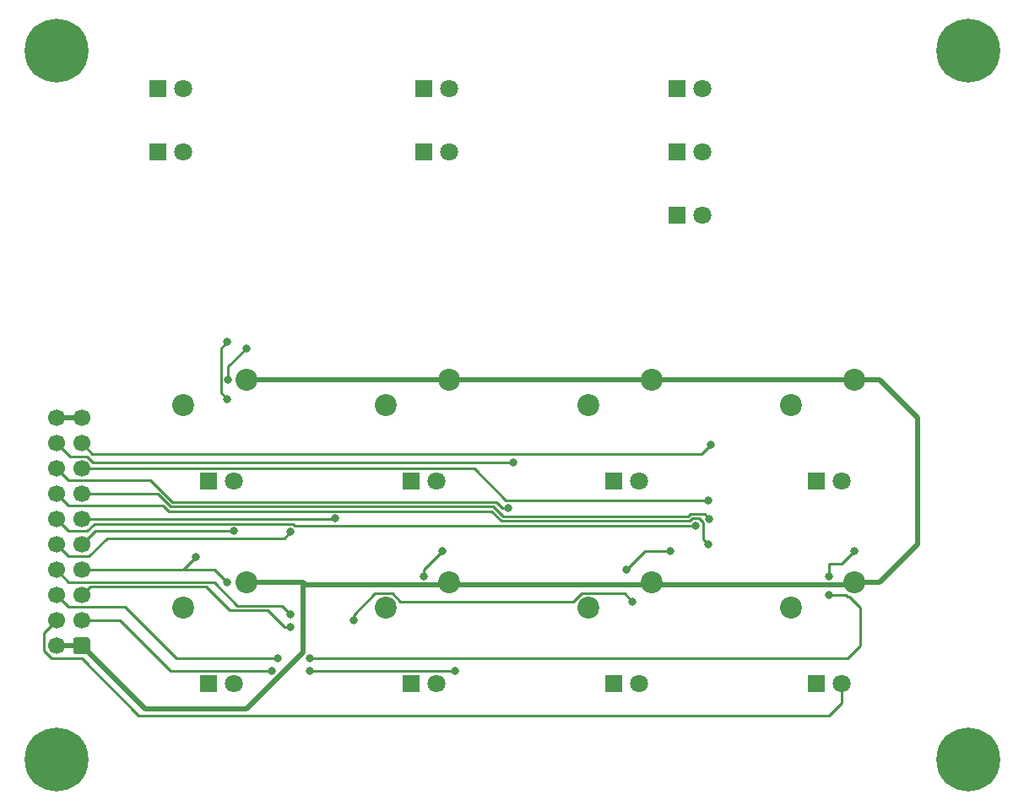
<source format=gbr>
%TF.GenerationSoftware,KiCad,Pcbnew,(5.1.9)-1*%
%TF.CreationDate,2021-03-30T21:11:26+02:00*%
%TF.ProjectId,RemoteCtrl,52656d6f-7465-4437-9472-6c2e6b696361,v0.1*%
%TF.SameCoordinates,Original*%
%TF.FileFunction,Copper,L1,Top*%
%TF.FilePolarity,Positive*%
%FSLAX46Y46*%
G04 Gerber Fmt 4.6, Leading zero omitted, Abs format (unit mm)*
G04 Created by KiCad (PCBNEW (5.1.9)-1) date 2021-03-30 21:11:26*
%MOMM*%
%LPD*%
G01*
G04 APERTURE LIST*
%TA.AperFunction,ComponentPad*%
%ADD10C,1.800000*%
%TD*%
%TA.AperFunction,ComponentPad*%
%ADD11R,1.800000X1.800000*%
%TD*%
%TA.AperFunction,ComponentPad*%
%ADD12C,2.200000*%
%TD*%
%TA.AperFunction,ComponentPad*%
%ADD13C,1.700000*%
%TD*%
%TA.AperFunction,ComponentPad*%
%ADD14C,0.800000*%
%TD*%
%TA.AperFunction,ComponentPad*%
%ADD15C,6.400000*%
%TD*%
%TA.AperFunction,ViaPad*%
%ADD16C,0.800000*%
%TD*%
%TA.AperFunction,Conductor*%
%ADD17C,0.500000*%
%TD*%
%TA.AperFunction,Conductor*%
%ADD18C,0.250000*%
%TD*%
G04 APERTURE END LIST*
D10*
%TO.P,D2,2*%
%TO.N,/LED_INT_Active*%
X110490000Y-43180000D03*
D11*
%TO.P,D2,1*%
%TO.N,Net-(D2-Pad1)*%
X107950000Y-43180000D03*
%TD*%
D10*
%TO.P,D1,2*%
%TO.N,/RESET*%
X110490000Y-36830000D03*
D11*
%TO.P,D1,1*%
%TO.N,Net-(D1-Pad1)*%
X107950000Y-36830000D03*
%TD*%
D12*
%TO.P,SW8,2*%
%TO.N,Net-(R34-Pad1)*%
X171450000Y-88900000D03*
%TO.P,SW8,1*%
%TO.N,+5V*%
X177800000Y-86360000D03*
%TD*%
%TO.P,SW7,2*%
%TO.N,Net-(R31-Pad1)*%
X171450000Y-68580000D03*
%TO.P,SW7,1*%
%TO.N,+5V*%
X177800000Y-66040000D03*
%TD*%
%TO.P,SW6,2*%
%TO.N,Net-(R28-Pad1)*%
X151130000Y-88900000D03*
%TO.P,SW6,1*%
%TO.N,+5V*%
X157480000Y-86360000D03*
%TD*%
%TO.P,SW5,2*%
%TO.N,Net-(R25-Pad1)*%
X151130000Y-68580000D03*
%TO.P,SW5,1*%
%TO.N,+5V*%
X157480000Y-66040000D03*
%TD*%
%TO.P,SW4,2*%
%TO.N,Net-(R22-Pad1)*%
X130810000Y-88900000D03*
%TO.P,SW4,1*%
%TO.N,+5V*%
X137160000Y-86360000D03*
%TD*%
%TO.P,SW3,2*%
%TO.N,Net-(R19-Pad1)*%
X130810000Y-68580000D03*
%TO.P,SW3,1*%
%TO.N,+5V*%
X137160000Y-66040000D03*
%TD*%
%TO.P,SW2,2*%
%TO.N,Net-(R16-Pad1)*%
X110490000Y-88900000D03*
%TO.P,SW2,1*%
%TO.N,+5V*%
X116840000Y-86360000D03*
%TD*%
%TO.P,SW1,2*%
%TO.N,Net-(R13-Pad1)*%
X110490000Y-68580000D03*
%TO.P,SW1,1*%
%TO.N,+5V*%
X116840000Y-66040000D03*
%TD*%
D13*
%TO.P,J1,20*%
%TO.N,GND*%
X97790000Y-69850000D03*
%TO.P,J1,18*%
%TO.N,/BTN_INST_STEP*%
X97790000Y-72390000D03*
%TO.P,J1,16*%
%TO.N,/BTN_INST_STEP_EN*%
X97790000Y-74930000D03*
%TO.P,J1,14*%
%TO.N,/BTN_CLK_STEP*%
X97790000Y-77470000D03*
%TO.P,J1,12*%
%TO.N,/BTN_CLK_STEP_EN*%
X97790000Y-80010000D03*
%TO.P,J1,10*%
%TO.N,/BTN_RESET*%
X97790000Y-82550000D03*
%TO.P,J1,8*%
%TO.N,/BTN_INT*%
X97790000Y-85090000D03*
%TO.P,J1,6*%
%TO.N,/BTN_INC_CLK_F*%
X97790000Y-87630000D03*
%TO.P,J1,4*%
%TO.N,/BTN_DEC_CLK_F*%
X97790000Y-90170000D03*
%TO.P,J1,2*%
%TO.N,+5V*%
X97790000Y-92710000D03*
%TO.P,J1,19*%
%TO.N,GND*%
X100330000Y-69850000D03*
%TO.P,J1,17*%
%TO.N,/LED_Halted_Bkpt*%
X100330000Y-72390000D03*
%TO.P,J1,15*%
%TO.N,/LED_Halted_Step*%
X100330000Y-74930000D03*
%TO.P,J1,13*%
%TO.N,/LED_Halted_Inst*%
X100330000Y-77470000D03*
%TO.P,J1,11*%
%TO.N,/LED_Halted*%
X100330000Y-80010000D03*
%TO.P,J1,9*%
%TO.N,/RESET*%
X100330000Y-82550000D03*
%TO.P,J1,7*%
%TO.N,/LED_INT_Active*%
X100330000Y-85090000D03*
%TO.P,J1,5*%
%TO.N,/LED_CLK_STEP_EN*%
X100330000Y-87630000D03*
%TO.P,J1,3*%
%TO.N,/LED_INST_STEP_EN*%
X100330000Y-90170000D03*
%TO.P,J1,1*%
%TO.N,+5V*%
%TA.AperFunction,ComponentPad*%
G36*
G01*
X101180000Y-92110000D02*
X101180000Y-93310000D01*
G75*
G02*
X100930000Y-93560000I-250000J0D01*
G01*
X99730000Y-93560000D01*
G75*
G02*
X99480000Y-93310000I0J250000D01*
G01*
X99480000Y-92110000D01*
G75*
G02*
X99730000Y-91860000I250000J0D01*
G01*
X100930000Y-91860000D01*
G75*
G02*
X101180000Y-92110000I0J-250000D01*
G01*
G37*
%TD.AperFunction*%
%TD*%
D14*
%TO.P,H4,1*%
%TO.N,N/C*%
X99487056Y-102442944D03*
X97790000Y-101740000D03*
X96092944Y-102442944D03*
X95390000Y-104140000D03*
X96092944Y-105837056D03*
X97790000Y-106540000D03*
X99487056Y-105837056D03*
X100190000Y-104140000D03*
D15*
X97790000Y-104140000D03*
%TD*%
D14*
%TO.P,H3,1*%
%TO.N,N/C*%
X190927056Y-102442944D03*
X189230000Y-101740000D03*
X187532944Y-102442944D03*
X186830000Y-104140000D03*
X187532944Y-105837056D03*
X189230000Y-106540000D03*
X190927056Y-105837056D03*
X191630000Y-104140000D03*
D15*
X189230000Y-104140000D03*
%TD*%
D14*
%TO.P,H2,1*%
%TO.N,N/C*%
X190927056Y-31322944D03*
X189230000Y-30620000D03*
X187532944Y-31322944D03*
X186830000Y-33020000D03*
X187532944Y-34717056D03*
X189230000Y-35420000D03*
X190927056Y-34717056D03*
X191630000Y-33020000D03*
D15*
X189230000Y-33020000D03*
%TD*%
D14*
%TO.P,H1,1*%
%TO.N,N/C*%
X99487056Y-31322944D03*
X97790000Y-30620000D03*
X96092944Y-31322944D03*
X95390000Y-33020000D03*
X96092944Y-34717056D03*
X97790000Y-35420000D03*
X99487056Y-34717056D03*
X100190000Y-33020000D03*
D15*
X97790000Y-33020000D03*
%TD*%
D10*
%TO.P,D19,2*%
%TO.N,/BTN_DEC_CLK_F*%
X176530000Y-96520000D03*
D11*
%TO.P,D19,1*%
%TO.N,Net-(D19-Pad1)*%
X173990000Y-96520000D03*
%TD*%
D10*
%TO.P,D18,2*%
%TO.N,/BTN_INC_CLK_F*%
X176530000Y-76200000D03*
D11*
%TO.P,D18,1*%
%TO.N,Net-(D18-Pad1)*%
X173990000Y-76200000D03*
%TD*%
D10*
%TO.P,D17,2*%
%TO.N,/BTN_CLK_STEP*%
X156210000Y-96520000D03*
D11*
%TO.P,D17,1*%
%TO.N,Net-(D17-Pad1)*%
X153670000Y-96520000D03*
%TD*%
D10*
%TO.P,D16,2*%
%TO.N,/LED_CLK_STEP_EN*%
X156210000Y-76200000D03*
D11*
%TO.P,D16,1*%
%TO.N,Net-(D16-Pad1)*%
X153670000Y-76200000D03*
%TD*%
D10*
%TO.P,D15,2*%
%TO.N,/BTN_INST_STEP*%
X135890000Y-96520000D03*
D11*
%TO.P,D15,1*%
%TO.N,Net-(D15-Pad1)*%
X133350000Y-96520000D03*
%TD*%
D10*
%TO.P,D14,2*%
%TO.N,/LED_INST_STEP_EN*%
X135890000Y-76200000D03*
D11*
%TO.P,D14,1*%
%TO.N,Net-(D14-Pad1)*%
X133350000Y-76200000D03*
%TD*%
D10*
%TO.P,D13,2*%
%TO.N,/LED_INT_Active*%
X115570000Y-96520000D03*
D11*
%TO.P,D13,1*%
%TO.N,Net-(D13-Pad1)*%
X113030000Y-96520000D03*
%TD*%
D10*
%TO.P,D12,2*%
%TO.N,/RESET*%
X115570000Y-76200000D03*
D11*
%TO.P,D12,1*%
%TO.N,Net-(D12-Pad1)*%
X113030000Y-76200000D03*
%TD*%
D10*
%TO.P,D11,2*%
%TO.N,/LED_Halted_Bkpt*%
X162560000Y-49530000D03*
D11*
%TO.P,D11,1*%
%TO.N,Net-(D11-Pad1)*%
X160020000Y-49530000D03*
%TD*%
D10*
%TO.P,D10,2*%
%TO.N,/LED_Halted_Step*%
X162560000Y-43180000D03*
D11*
%TO.P,D10,1*%
%TO.N,Net-(D10-Pad1)*%
X160020000Y-43180000D03*
%TD*%
D10*
%TO.P,D9,2*%
%TO.N,/LED_Halted_Inst*%
X162560000Y-36830000D03*
D11*
%TO.P,D9,1*%
%TO.N,Net-(D9-Pad1)*%
X160020000Y-36830000D03*
%TD*%
D10*
%TO.P,D8,2*%
%TO.N,Net-(D8-Pad2)*%
X137160000Y-36830000D03*
D11*
%TO.P,D8,1*%
%TO.N,/LED_Halted*%
X134620000Y-36830000D03*
%TD*%
D10*
%TO.P,D7,2*%
%TO.N,/LED_Halted*%
X137160000Y-43180000D03*
D11*
%TO.P,D7,1*%
%TO.N,Net-(D7-Pad1)*%
X134620000Y-43180000D03*
%TD*%
D16*
%TO.N,/RESET*%
X115570000Y-81189990D03*
X116840000Y-62865000D03*
X115025010Y-66040000D03*
%TO.N,/LED_INT_Active*%
X114935000Y-86360000D03*
X114935000Y-62230000D03*
X114935000Y-67945000D03*
X111760000Y-83820000D03*
%TO.N,/LED_CLK_STEP_EN*%
X121285000Y-90805000D03*
X127635000Y-90170000D03*
X155575000Y-88265000D03*
X154940000Y-85090000D03*
X159385000Y-83185000D03*
%TO.N,/LED_INST_STEP_EN*%
X119380000Y-95250000D03*
X123190000Y-95250000D03*
X137795000Y-95250000D03*
X134620000Y-85725000D03*
X136525000Y-83185000D03*
%TO.N,/LED_Halted*%
X125730000Y-79919990D03*
%TO.N,/LED_Halted_Inst*%
X163291501Y-79959183D03*
%TO.N,/LED_Halted_Step*%
X163195000Y-78105000D03*
%TO.N,/LED_Halted_Bkpt*%
X163417661Y-72557659D03*
%TO.N,/BTN_INST_STEP*%
X143600010Y-74295000D03*
%TO.N,/BTN_CLK_STEP*%
X163195000Y-82550000D03*
%TO.N,/BTN_INC_CLK_F*%
X120015000Y-93980000D03*
X123190000Y-93980000D03*
X175260000Y-87630000D03*
X175260000Y-85725000D03*
X177800000Y-83185000D03*
%TO.N,/BTN_INST_STEP_EN*%
X143115165Y-78890155D03*
%TO.N,/BTN_CLK_STEP_EN*%
X161925000Y-80645000D03*
%TO.N,/BTN_RESET*%
X121285000Y-81280000D03*
%TO.N,/BTN_INT*%
X121285000Y-89535000D03*
%TD*%
D17*
%TO.N,GND*%
X100330000Y-69850000D02*
X97790000Y-69850000D01*
%TO.N,+5V*%
X116840000Y-66040000D02*
X137160000Y-66040000D01*
X137160000Y-66040000D02*
X157480000Y-66040000D01*
X157480000Y-66040000D02*
X177800000Y-66040000D01*
X177800000Y-86360000D02*
X180340000Y-86360000D01*
X180340000Y-86360000D02*
X184150000Y-82550000D01*
X184150000Y-82550000D02*
X184150000Y-69850000D01*
X180340000Y-66040000D02*
X177800000Y-66040000D01*
X184150000Y-69850000D02*
X180340000Y-66040000D01*
X116840000Y-86360000D02*
X122555000Y-86360000D01*
X122770001Y-86575001D02*
X177584999Y-86575001D01*
X177584999Y-86575001D02*
X177800000Y-86360000D01*
X122555000Y-86360000D02*
X122770001Y-86575001D01*
X122555000Y-86360000D02*
X122555000Y-93356998D01*
X122555000Y-93356998D02*
X116851998Y-99060000D01*
X116851998Y-99060000D02*
X106680000Y-99060000D01*
X106680000Y-99060000D02*
X100330000Y-92710000D01*
X100330000Y-92710000D02*
X97790000Y-92710000D01*
D18*
%TO.N,/RESET*%
X100330000Y-82550000D02*
X101690010Y-81189990D01*
X101690010Y-81189990D02*
X115570000Y-81189990D01*
X116840000Y-62865000D02*
X115025010Y-64679990D01*
X115025010Y-64679990D02*
X115025010Y-66040000D01*
%TO.N,/LED_INT_Active*%
X113665000Y-85090000D02*
X114935000Y-86360000D01*
X114935000Y-62230000D02*
X114300000Y-62865000D01*
X114300000Y-67310000D02*
X114935000Y-67945000D01*
X114300000Y-62865000D02*
X114300000Y-67310000D01*
X111760000Y-83820000D02*
X110490000Y-85090000D01*
X110490000Y-85090000D02*
X113665000Y-85090000D01*
X100330000Y-85090000D02*
X110490000Y-85090000D01*
%TO.N,/LED_CLK_STEP_EN*%
X101179999Y-86780001D02*
X112815001Y-86780001D01*
X100330000Y-87630000D02*
X101179999Y-86780001D01*
X115149999Y-89114999D02*
X118959999Y-89114999D01*
X112815001Y-86780001D02*
X115149999Y-89114999D01*
X120650000Y-90805000D02*
X121285000Y-90805000D01*
X118959999Y-89114999D02*
X120650000Y-90805000D01*
X154784999Y-87474999D02*
X155575000Y-88265000D01*
X132284002Y-88265000D02*
X149655998Y-88265000D01*
X131494001Y-87474999D02*
X132284002Y-88265000D01*
X129764316Y-87474999D02*
X131494001Y-87474999D01*
X150445999Y-87474999D02*
X154784999Y-87474999D01*
X149655998Y-88265000D02*
X150445999Y-87474999D01*
X127635000Y-89604315D02*
X129764316Y-87474999D01*
X127635000Y-90170000D02*
X127635000Y-89604315D01*
X154940000Y-85090000D02*
X156845000Y-83185000D01*
X156845000Y-83185000D02*
X159385000Y-83185000D01*
%TO.N,/LED_INST_STEP_EN*%
X100330000Y-90170000D02*
X104140000Y-90170000D01*
X109220000Y-95250000D02*
X119380000Y-95250000D01*
X104140000Y-90170000D02*
X109220000Y-95250000D01*
X123190000Y-95250000D02*
X137795000Y-95250000D01*
X134620000Y-85090000D02*
X136525000Y-83185000D01*
X134620000Y-85725000D02*
X134620000Y-85090000D01*
%TO.N,/LED_Halted*%
X100330000Y-80010000D02*
X125639990Y-80010000D01*
X125639990Y-80010000D02*
X125730000Y-79919990D01*
%TO.N,/LED_Halted_Inst*%
X100330000Y-77470000D02*
X107952821Y-77470000D01*
X107952821Y-77470000D02*
X109227799Y-78744978D01*
X142612800Y-79744978D02*
X161115608Y-79744978D01*
X161390598Y-79469987D02*
X162802305Y-79469987D01*
X161115608Y-79744978D02*
X161390598Y-79469987D01*
X162802305Y-79469987D02*
X163291501Y-79959183D01*
X141612800Y-78744978D02*
X142612800Y-79744978D01*
X109227799Y-78744978D02*
X141612800Y-78744978D01*
%TO.N,/LED_Halted_Step*%
X139700000Y-74930000D02*
X142875000Y-78105000D01*
X100330000Y-74930000D02*
X139700000Y-74930000D01*
X142875000Y-78105000D02*
X163195000Y-78105000D01*
%TO.N,/LED_Halted_Bkpt*%
X100330000Y-72390000D02*
X101385001Y-73445001D01*
X162530319Y-73445001D02*
X163417661Y-72557659D01*
X101385001Y-73445001D02*
X162530319Y-73445001D01*
%TO.N,/BTN_INST_STEP*%
X99154999Y-73754999D02*
X100894001Y-73754999D01*
X100894001Y-73754999D02*
X101434002Y-74295000D01*
X97790000Y-72390000D02*
X99154999Y-73754999D01*
X101434002Y-74295000D02*
X143600010Y-74295000D01*
%TO.N,/BTN_CLK_STEP*%
X161576998Y-79919998D02*
X162273002Y-79919998D01*
X98965001Y-78645001D02*
X108491412Y-78645001D01*
X108491412Y-78645001D02*
X109041400Y-79194989D01*
X162650002Y-82005002D02*
X163195000Y-82550000D01*
X97790000Y-77470000D02*
X98965001Y-78645001D01*
X141426400Y-79194989D02*
X142426400Y-80194989D01*
X109041400Y-79194989D02*
X141426400Y-79194989D01*
X162650002Y-80296998D02*
X162650002Y-82005002D01*
X162273002Y-79919998D02*
X162650002Y-80296998D01*
X161302007Y-80194989D02*
X161576998Y-79919998D01*
X142426400Y-80194989D02*
X161302007Y-80194989D01*
%TO.N,/BTN_INC_CLK_F*%
X98965001Y-88805001D02*
X104680001Y-88805001D01*
X97790000Y-87630000D02*
X98965001Y-88805001D01*
X109855000Y-93980000D02*
X120015000Y-93980000D01*
X104680001Y-88805001D02*
X109855000Y-93980000D01*
X123190000Y-93980000D02*
X177165000Y-93980000D01*
X177165000Y-93980000D02*
X178435000Y-92710000D01*
X178435000Y-92710000D02*
X178435000Y-88900000D01*
X178435000Y-88900000D02*
X177320001Y-87785001D01*
X177115999Y-87785001D02*
X176960998Y-87630000D01*
X176960998Y-87630000D02*
X175260000Y-87630000D01*
X177320001Y-87785001D02*
X177115999Y-87785001D01*
X175260000Y-85725000D02*
X175260000Y-84455000D01*
X176530000Y-84455000D02*
X177800000Y-83185000D01*
X175260000Y-84455000D02*
X176530000Y-84455000D01*
%TO.N,/BTN_DEC_CLK_F*%
X97790000Y-90170000D02*
X96520000Y-91440000D01*
X96520000Y-93179002D02*
X97320998Y-93980000D01*
X96520000Y-91440000D02*
X96520000Y-93179002D01*
X97320998Y-93980000D02*
X100330000Y-93980000D01*
X100330000Y-93980000D02*
X106045000Y-99695000D01*
X106045000Y-99695000D02*
X175260000Y-99695000D01*
X176530000Y-98425000D02*
X176530000Y-96520000D01*
X175260000Y-99695000D02*
X176530000Y-98425000D01*
%TO.N,/BTN_INST_STEP_EN*%
X109414200Y-78294967D02*
X141954292Y-78294967D01*
X141954292Y-78294967D02*
X142549480Y-78890155D01*
X97790000Y-74930000D02*
X98965001Y-76105001D01*
X142549480Y-78890155D02*
X143115165Y-78890155D01*
X107224234Y-76105001D02*
X109414200Y-78294967D01*
X98965001Y-76105001D02*
X107224234Y-76105001D01*
%TO.N,/BTN_CLK_STEP_EN*%
X121542992Y-80464988D02*
X121723004Y-80645000D01*
X98965001Y-81185001D02*
X100894001Y-81185001D01*
X97790000Y-80010000D02*
X98965001Y-81185001D01*
X121723004Y-80645000D02*
X161925000Y-80645000D01*
X100894001Y-81185001D02*
X101614014Y-80464988D01*
X101614014Y-80464988D02*
X121542992Y-80464988D01*
%TO.N,/BTN_RESET*%
X98965001Y-83725001D02*
X101059999Y-83725001D01*
X97790000Y-82550000D02*
X98965001Y-83725001D01*
X101059999Y-83725001D02*
X102870000Y-81915000D01*
X120650000Y-81915000D02*
X121285000Y-81280000D01*
X102870000Y-81915000D02*
X120650000Y-81915000D01*
%TO.N,/BTN_INT*%
X113636400Y-86329990D02*
X115971398Y-88664988D01*
X97790000Y-85090000D02*
X99029990Y-86329990D01*
X99029990Y-86329990D02*
X113636400Y-86329990D01*
X115971398Y-88664988D02*
X120414988Y-88664988D01*
X120414988Y-88664988D02*
X121285000Y-89535000D01*
%TD*%
M02*

</source>
